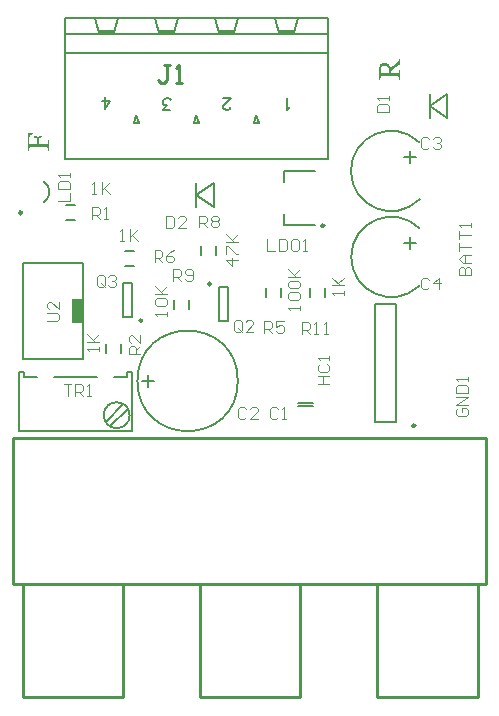
<source format=gto>
G04 Layer_Color=65535*
%FSLAX24Y24*%
%MOIN*%
G70*
G01*
G75*
%ADD47C,0.0098*%
%ADD48C,0.0079*%
%ADD49C,0.0100*%
%ADD50C,0.0050*%
%ADD51C,0.0039*%
%ADD52C,0.0059*%
%ADD53R,0.0380X0.0840*%
G36*
X12998Y-161D02*
Y-164D01*
X12997Y-168D01*
Y-172D01*
Y-179D01*
X12996Y-186D01*
X12995Y-204D01*
X12994Y-223D01*
X12993Y-241D01*
X12992Y-260D01*
Y-268D01*
Y-275D01*
Y-277D01*
Y-282D01*
Y-291D01*
X12993Y-300D01*
Y-313D01*
X12994Y-328D01*
X12996Y-344D01*
X12998Y-359D01*
X12996Y-360D01*
X12991Y-363D01*
X12983Y-368D01*
X12972Y-375D01*
X12959Y-384D01*
X12943Y-395D01*
X12924Y-407D01*
X12905Y-420D01*
X12904D01*
X12902Y-422D01*
X12900Y-424D01*
X12896Y-426D01*
X12886Y-433D01*
X12875Y-441D01*
X12863Y-449D01*
X12852Y-457D01*
X12844Y-463D01*
X12840Y-466D01*
X12838Y-468D01*
X12837Y-469D01*
X12834Y-471D01*
X12830Y-474D01*
X12825Y-477D01*
X12673Y-587D01*
Y-589D01*
Y-595D01*
X12672Y-603D01*
Y-614D01*
X12671Y-628D01*
X12670Y-644D01*
X12669Y-660D01*
X12667Y-677D01*
X12919Y-672D01*
X12921D01*
X12927Y-670D01*
X12935Y-668D01*
X12942Y-663D01*
Y-662D01*
X12944Y-660D01*
X12946Y-657D01*
X12948Y-650D01*
X12951Y-640D01*
X12955Y-627D01*
X12957Y-619D01*
X12959Y-610D01*
X12961Y-599D01*
X12963Y-589D01*
Y-587D01*
X12964Y-582D01*
X12966Y-573D01*
X12969Y-560D01*
X12998D01*
Y-561D01*
Y-564D01*
X12997Y-569D01*
Y-576D01*
Y-584D01*
X12996Y-593D01*
Y-603D01*
X12995Y-614D01*
X12994Y-640D01*
X12993Y-666D01*
X12992Y-694D01*
Y-721D01*
Y-721D01*
Y-723D01*
Y-728D01*
Y-733D01*
Y-740D01*
Y-749D01*
Y-758D01*
X12993Y-769D01*
Y-781D01*
Y-793D01*
X12994Y-821D01*
X12996Y-852D01*
X12998Y-886D01*
X12969D01*
X12965Y-865D01*
Y-864D01*
X12964Y-862D01*
Y-858D01*
X12963Y-853D01*
X12960Y-842D01*
X12957Y-828D01*
X12953Y-814D01*
X12949Y-800D01*
X12947Y-794D01*
X12946Y-789D01*
X12944Y-786D01*
X12942Y-783D01*
X12940Y-782D01*
X12938Y-781D01*
X12935Y-779D01*
X12930Y-777D01*
X12925Y-775D01*
X12919Y-773D01*
X12911Y-772D01*
X12894D01*
X12885Y-771D01*
X12768D01*
X12752Y-770D01*
X12654D01*
X12419Y-772D01*
X12391D01*
X12380Y-773D01*
X12370D01*
X12362Y-774D01*
X12359D01*
X12357Y-775D01*
X12355D01*
X12353Y-777D01*
X12349Y-780D01*
X12345Y-784D01*
X12344Y-785D01*
X12343Y-789D01*
X12340Y-795D01*
X12337Y-803D01*
X12334Y-814D01*
X12331Y-828D01*
X12327Y-844D01*
X12324Y-862D01*
Y-863D01*
X12322Y-868D01*
X12321Y-875D01*
X12318Y-886D01*
X12289D01*
Y-884D01*
Y-880D01*
X12290Y-873D01*
Y-864D01*
Y-852D01*
X12291Y-840D01*
Y-826D01*
X12292Y-810D01*
X12292Y-777D01*
X12293Y-741D01*
X12294Y-706D01*
Y-690D01*
Y-674D01*
Y-673D01*
Y-672D01*
Y-666D01*
Y-658D01*
Y-646D01*
Y-633D01*
Y-618D01*
X12293Y-588D01*
Y-587D01*
Y-586D01*
Y-583D01*
Y-579D01*
X12292Y-570D01*
Y-558D01*
Y-546D01*
X12292Y-535D01*
Y-524D01*
Y-515D01*
Y-514D01*
Y-511D01*
Y-505D01*
X12292Y-499D01*
Y-490D01*
X12293Y-481D01*
X12295Y-471D01*
X12297Y-460D01*
X12302Y-436D01*
X12311Y-412D01*
X12322Y-388D01*
X12330Y-377D01*
X12338Y-367D01*
X12339Y-366D01*
X12340Y-365D01*
X12343Y-362D01*
X12347Y-359D01*
X12351Y-355D01*
X12356Y-352D01*
X12371Y-343D01*
X12389Y-334D01*
X12411Y-326D01*
X12435Y-320D01*
X12449Y-319D01*
X12464Y-318D01*
X12473D01*
X12482Y-319D01*
X12495Y-321D01*
X12509Y-324D01*
X12525Y-328D01*
X12541Y-333D01*
X12557Y-341D01*
X12559Y-342D01*
X12564Y-345D01*
X12571Y-350D01*
X12581Y-357D01*
X12592Y-366D01*
X12602Y-377D01*
X12614Y-390D01*
X12625Y-405D01*
X12626Y-406D01*
X12628Y-411D01*
X12632Y-417D01*
X12637Y-427D01*
X12643Y-439D01*
X12649Y-454D01*
X12655Y-472D01*
X12661Y-491D01*
X12878Y-326D01*
X12880Y-325D01*
X12884Y-321D01*
X12891Y-315D01*
X12899Y-309D01*
X12908Y-302D01*
X12915Y-296D01*
X12921Y-291D01*
X12925Y-287D01*
Y-286D01*
X12927Y-285D01*
X12929Y-282D01*
X12931Y-278D01*
X12938Y-268D01*
X12944Y-254D01*
Y-253D01*
X12946Y-249D01*
X12948Y-242D01*
X12951Y-231D01*
X12955Y-219D01*
X12959Y-203D01*
X12964Y-183D01*
X12969Y-160D01*
X12998D01*
Y-161D01*
D02*
G37*
G36*
X764Y-2693D02*
X763D01*
X760Y-2694D01*
X756Y-2695D01*
X751Y-2697D01*
X745Y-2698D01*
X737Y-2700D01*
X722Y-2705D01*
X705Y-2710D01*
X688Y-2716D01*
X673Y-2721D01*
X667Y-2723D01*
X663Y-2725D01*
X662D01*
X661Y-2726D01*
X655Y-2729D01*
X647Y-2737D01*
X641Y-2747D01*
Y-2748D01*
X640Y-2750D01*
X639Y-2755D01*
X637Y-2761D01*
X636Y-2770D01*
X635Y-2782D01*
X634Y-2796D01*
Y-2815D01*
Y-3032D01*
X641D01*
X647Y-3033D01*
X665D01*
X676Y-3034D01*
X690D01*
X707Y-3034D01*
X725D01*
X745Y-3035D01*
X769D01*
X794Y-3036D01*
X822D01*
X853Y-3037D01*
X887D01*
Y-2901D01*
Y-2899D01*
Y-2895D01*
Y-2888D01*
X886Y-2879D01*
Y-2871D01*
X885Y-2862D01*
X884Y-2855D01*
X883Y-2850D01*
Y-2849D01*
X882Y-2848D01*
X879Y-2843D01*
X873Y-2837D01*
X865Y-2831D01*
X864D01*
X862Y-2830D01*
X858Y-2828D01*
X853Y-2826D01*
X846Y-2823D01*
X835Y-2820D01*
X822Y-2817D01*
X806Y-2813D01*
X804D01*
X799Y-2812D01*
X791Y-2810D01*
X781Y-2807D01*
Y-2774D01*
X790D01*
X797Y-2775D01*
X806D01*
X816Y-2776D01*
X837D01*
X860Y-2777D01*
X883Y-2778D01*
X893Y-2779D01*
X931D01*
X937Y-2778D01*
X954D01*
X964Y-2777D01*
X975D01*
X990Y-2776D01*
X1006D01*
X1025Y-2775D01*
X1045Y-2774D01*
Y-2807D01*
X1043D01*
X1037Y-2809D01*
X1031Y-2810D01*
X1025Y-2811D01*
X1022D01*
X1019Y-2812D01*
X1015Y-2813D01*
X1004Y-2815D01*
X991Y-2818D01*
X978Y-2822D01*
X966Y-2826D01*
X956Y-2830D01*
X952Y-2833D01*
X949Y-2835D01*
X948Y-2836D01*
X947Y-2838D01*
X945Y-2842D01*
X942Y-2848D01*
X940Y-2856D01*
X938Y-2868D01*
X937Y-2883D01*
X936Y-2902D01*
Y-3037D01*
X964D01*
X974Y-3038D01*
X1087D01*
X1105Y-3037D01*
X1162D01*
X1179Y-3036D01*
X1193D01*
X1205Y-3035D01*
X1214D01*
X1217Y-3034D01*
X1220D01*
X1224Y-3033D01*
X1229Y-3029D01*
X1233Y-3024D01*
Y-3023D01*
X1234Y-3021D01*
X1236Y-3015D01*
X1237Y-3011D01*
X1238Y-3005D01*
X1240Y-2999D01*
X1242Y-2991D01*
X1244Y-2982D01*
X1246Y-2972D01*
X1248Y-2959D01*
X1250Y-2945D01*
X1253Y-2928D01*
X1256Y-2911D01*
X1285D01*
Y-2912D01*
Y-2915D01*
X1284Y-2921D01*
Y-2929D01*
Y-2938D01*
X1283Y-2949D01*
Y-2961D01*
X1282Y-2973D01*
X1282Y-3000D01*
X1281Y-3027D01*
X1280Y-3052D01*
Y-3063D01*
Y-3073D01*
X1285Y-3247D01*
X1256D01*
Y-3246D01*
X1255Y-3244D01*
Y-3240D01*
X1254Y-3236D01*
X1252Y-3226D01*
X1251Y-3218D01*
Y-3217D01*
Y-3215D01*
X1250Y-3212D01*
X1249Y-3208D01*
X1248Y-3198D01*
X1245Y-3186D01*
X1242Y-3174D01*
X1239Y-3162D01*
X1235Y-3153D01*
X1233Y-3150D01*
X1231Y-3147D01*
X1230Y-3146D01*
X1229Y-3145D01*
X1225Y-3143D01*
X1221Y-3141D01*
X1215Y-3139D01*
X1207Y-3137D01*
X1197Y-3135D01*
X1185D01*
X1042Y-3133D01*
X1022D01*
X1015Y-3132D01*
X754D01*
X733Y-3133D01*
X673D01*
X668Y-3134D01*
X658D01*
X654Y-3135D01*
X650Y-3136D01*
X641Y-3139D01*
X637Y-3142D01*
X634Y-3145D01*
Y-3146D01*
X632Y-3148D01*
X630Y-3152D01*
X627Y-3158D01*
X624Y-3168D01*
X622Y-3174D01*
X620Y-3182D01*
X618Y-3190D01*
X616Y-3199D01*
X613Y-3210D01*
X611Y-3221D01*
Y-3223D01*
X610Y-3228D01*
X608Y-3236D01*
X605Y-3248D01*
X576D01*
Y-3247D01*
Y-3243D01*
X577Y-3236D01*
Y-3227D01*
Y-3217D01*
X578Y-3204D01*
Y-3189D01*
X579Y-3172D01*
X580Y-3155D01*
Y-3135D01*
X581Y-3113D01*
Y-3091D01*
Y-3068D01*
X582Y-3043D01*
Y-2992D01*
Y-2990D01*
Y-2985D01*
Y-2977D01*
Y-2967D01*
Y-2953D01*
Y-2936D01*
X581Y-2917D01*
Y-2897D01*
Y-2874D01*
Y-2850D01*
X580Y-2823D01*
X579Y-2794D01*
Y-2765D01*
X578Y-2734D01*
X577Y-2703D01*
X576Y-2670D01*
X764Y-2659D01*
Y-2693D01*
D02*
G37*
%LPC*%
G36*
X12490Y-417D02*
X12472D01*
X12467Y-418D01*
X12456Y-419D01*
X12441Y-422D01*
X12425Y-427D01*
X12409Y-434D01*
X12393Y-444D01*
X12378Y-457D01*
X12376Y-459D01*
X12372Y-464D01*
X12366Y-473D01*
X12359Y-485D01*
X12353Y-501D01*
X12347Y-521D01*
X12343Y-543D01*
X12341Y-569D01*
Y-570D01*
Y-574D01*
Y-582D01*
X12342Y-592D01*
Y-598D01*
X12343Y-606D01*
Y-615D01*
X12344Y-624D01*
X12345Y-635D01*
X12346Y-647D01*
X12347Y-660D01*
X12348Y-674D01*
X12625Y-677D01*
Y-676D01*
Y-675D01*
Y-672D01*
X12626Y-668D01*
X12627Y-660D01*
Y-648D01*
X12628Y-635D01*
X12629Y-621D01*
X12630Y-608D01*
Y-597D01*
Y-596D01*
Y-593D01*
Y-588D01*
X12629Y-582D01*
Y-574D01*
X12628Y-565D01*
X12625Y-545D01*
X12620Y-524D01*
X12613Y-501D01*
X12603Y-479D01*
X12597Y-471D01*
X12590Y-462D01*
X12589Y-461D01*
X12588Y-460D01*
X12582Y-455D01*
X12573Y-448D01*
X12560Y-439D01*
X12544Y-431D01*
X12526Y-424D01*
X12503Y-419D01*
X12490Y-417D01*
D02*
G37*
%LPD*%
D47*
X10463Y-5748D02*
G03*
X10463Y-5748I-49J0D01*
G01*
X13494Y-12419D02*
G03*
X13494Y-12419I-49J0D01*
G01*
X384Y-5315D02*
G03*
X384Y-5315I-49J0D01*
G01*
D48*
X13629Y-2976D02*
G03*
X13640Y-4867I-942J-951D01*
G01*
X7579Y-10925D02*
G03*
X7579Y-10925I-1673J0D01*
G01*
X3972Y-12067D02*
G03*
X3972Y-12067I-431J0D01*
G01*
X13633Y-5835D02*
G03*
X13621Y-7760I-936J-957D01*
G01*
X1108Y-4964D02*
G03*
X1108Y-4288I-203J338D01*
G01*
X9134Y-5728D02*
X10157D01*
X9134D02*
Y-5354D01*
Y-3917D02*
X10157D01*
X9134Y-4291D02*
Y-3917D01*
X12854Y-12303D02*
Y-8366D01*
X12146Y-12303D02*
Y-8366D01*
Y-12303D02*
X12854D01*
X12146Y-8366D02*
X12854D01*
X14567Y-2165D02*
Y-1378D01*
X13976Y-1772D02*
X14567Y-1378D01*
X13976Y-1772D02*
X14567Y-2165D01*
X13976D02*
Y-1378D01*
X13110Y-3465D02*
X13504D01*
X13307Y-3661D02*
Y-3268D01*
X4390Y-10925D02*
X4783D01*
X4587Y-11122D02*
Y-10728D01*
X289Y-12593D02*
X4041D01*
X289D02*
Y-10640D01*
X439D01*
Y-10789D02*
Y-10640D01*
Y-10789D02*
X880D01*
X3892D02*
Y-10640D01*
X4041D01*
Y-12593D02*
Y-10640D01*
X3451Y-10789D02*
X3892D01*
X1451D02*
X2880D01*
X3325Y-12440D02*
X3914Y-11850D01*
X3169Y-12284D02*
X3758Y-11694D01*
X13110Y-6319D02*
X13504D01*
X13307Y-6516D02*
Y-6122D01*
X6791Y-5118D02*
Y-4331D01*
X6201Y-4724D02*
X6791Y-4331D01*
X6201Y-4724D02*
X6791Y-5118D01*
X6201D02*
Y-4331D01*
X1807Y-3543D02*
X10595D01*
Y1181D01*
X1807Y-3543D02*
Y1181D01*
X3439Y669D02*
X3585Y1181D01*
X5439Y669D02*
X5585Y1181D01*
X7439Y669D02*
X7585Y1181D01*
X6963Y669D02*
X7439D01*
X6817Y1181D02*
X6963Y669D01*
X8817Y1181D02*
X8963Y669D01*
X6942Y740D02*
X7459D01*
X8122Y-2343D02*
X8280D01*
X8201Y-2047D02*
X8280Y-2343D01*
X8122D02*
X8201Y-2047D01*
X4122Y-2343D02*
X4280D01*
X6122D02*
X6280D01*
X4201Y-2047D02*
X4280Y-2343D01*
X4122D02*
X4201Y-2047D01*
X6122Y-2343D02*
X6201Y-2047D01*
X8963Y669D02*
X9439D01*
X8942Y740D02*
X9459D01*
X4942D02*
X5459D01*
X4963Y669D02*
X5439D01*
X4817Y1181D02*
X4963Y669D01*
X2817Y1181D02*
X2963Y669D01*
X3439D01*
X2942Y740D02*
X3459D01*
X6201Y-2047D02*
X6280Y-2343D01*
X1807Y0D02*
X10595D01*
X1807Y1181D02*
X10595D01*
X1807Y640D02*
X10595D01*
X9439Y669D02*
X9585Y1181D01*
D49*
X6674Y-7692D02*
G03*
X6674Y-7692I-40J0D01*
G01*
X4390Y-8902D02*
G03*
X4390Y-8902I-40J0D01*
G01*
X98Y-17697D02*
X12972D01*
X98D02*
Y-12815D01*
X15846D01*
Y-17697D02*
Y-12815D01*
X12972Y-17697D02*
X15846D01*
X14902D02*
X14941D01*
X15059D02*
X15571D01*
Y-21476D02*
Y-17697D01*
X12224Y-21476D02*
Y-17697D01*
X6319Y-21476D02*
Y-17697D01*
X9665Y-21476D02*
Y-17697D01*
X413Y-21476D02*
Y-17697D01*
X3760Y-21476D02*
Y-17697D01*
X413Y-21476D02*
X3760D01*
X6319D02*
X9665D01*
X12224D02*
X15571D01*
X5321Y-384D02*
X5121D01*
X5221D01*
Y-884D01*
X5121Y-984D01*
X5021D01*
X4921Y-884D01*
X5521Y-984D02*
X5721D01*
X5621D01*
Y-384D01*
X5521Y-484D01*
D50*
X2415Y-10180D02*
Y-6980D01*
X415Y-10180D02*
X2415D01*
X415D02*
Y-6980D01*
X2415D01*
X9586Y-11654D02*
X10099D01*
X9586Y-11772D02*
X10099D01*
X8510Y-8122D02*
Y-7822D01*
X9010Y-8122D02*
Y-7822D01*
X10486Y-8122D02*
Y-7822D01*
X9986Y-8122D02*
Y-7822D01*
X1858Y-5565D02*
X2158D01*
X1858Y-5065D02*
X2158D01*
X6844Y-6744D02*
Y-6444D01*
X6344Y-6744D02*
Y-6444D01*
X6937Y-8937D02*
Y-7795D01*
Y-8937D02*
X7237D01*
Y-7795D01*
X6937D02*
X7237D01*
X4048Y-8799D02*
Y-7657D01*
X3748D02*
X4048D01*
X3748Y-8799D02*
Y-7657D01*
Y-8799D02*
X4048D01*
X5459Y-8516D02*
Y-8216D01*
X5959Y-8516D02*
Y-8216D01*
X3195Y-9993D02*
Y-9693D01*
X3695Y-9993D02*
Y-9693D01*
X3826Y-7100D02*
X4126D01*
X3826Y-6600D02*
X4126D01*
D51*
X5197Y-5433D02*
Y-5827D01*
X5394D01*
X5459Y-5761D01*
Y-5499D01*
X5394Y-5433D01*
X5197D01*
X5853Y-5827D02*
X5590D01*
X5853Y-5564D01*
Y-5499D01*
X5787Y-5433D01*
X5656D01*
X5590Y-5499D01*
X1772Y-11024D02*
X2034D01*
X1903D01*
Y-11417D01*
X2165D02*
Y-11024D01*
X2362D01*
X2428Y-11089D01*
Y-11221D01*
X2362Y-11286D01*
X2165D01*
X2296D02*
X2428Y-11417D01*
X2559D02*
X2690D01*
X2624D01*
Y-11024D01*
X2559Y-11089D01*
X14961Y-7382D02*
X15354D01*
Y-7185D01*
X15289Y-7120D01*
X15223D01*
X15158Y-7185D01*
Y-7382D01*
Y-7185D01*
X15092Y-7120D01*
X15026D01*
X14961Y-7185D01*
Y-7382D01*
X15354Y-6988D02*
X15092D01*
X14961Y-6857D01*
X15092Y-6726D01*
X15354D01*
X15158D01*
Y-6988D01*
X14961Y-6595D02*
Y-6332D01*
Y-6464D01*
X15354D01*
X14961Y-6201D02*
Y-5939D01*
Y-6070D01*
X15354D01*
Y-5808D02*
Y-5676D01*
Y-5742D01*
X14961D01*
X15026Y-5808D01*
X8924Y-11877D02*
X8858Y-11811D01*
X8727D01*
X8661Y-11877D01*
Y-12139D01*
X8727Y-12205D01*
X8858D01*
X8924Y-12139D01*
X9055Y-12205D02*
X9186D01*
X9121D01*
Y-11811D01*
X9055Y-11877D01*
X7841D02*
X7776Y-11811D01*
X7644D01*
X7579Y-11877D01*
Y-12139D01*
X7644Y-12205D01*
X7776D01*
X7841Y-12139D01*
X8235Y-12205D02*
X7972D01*
X8235Y-11942D01*
Y-11877D01*
X8169Y-11811D01*
X8038D01*
X7972Y-11877D01*
X13963Y-2861D02*
X13898Y-2795D01*
X13766D01*
X13701Y-2861D01*
Y-3123D01*
X13766Y-3189D01*
X13898D01*
X13963Y-3123D01*
X14094Y-2861D02*
X14160Y-2795D01*
X14291D01*
X14357Y-2861D01*
Y-2927D01*
X14291Y-2992D01*
X14226D01*
X14291D01*
X14357Y-3058D01*
Y-3123D01*
X14291Y-3189D01*
X14160D01*
X14094Y-3123D01*
X13963Y-7546D02*
X13898Y-7480D01*
X13766D01*
X13701Y-7546D01*
Y-7808D01*
X13766Y-7874D01*
X13898D01*
X13963Y-7808D01*
X14291Y-7874D02*
Y-7480D01*
X14094Y-7677D01*
X14357D01*
X12215Y-1949D02*
X12608D01*
Y-1752D01*
X12543Y-1686D01*
X12280D01*
X12215Y-1752D01*
Y-1949D01*
X12608Y-1555D02*
Y-1424D01*
Y-1490D01*
X12215D01*
X12280Y-1555D01*
X14928Y-11844D02*
X14862Y-11910D01*
Y-12041D01*
X14928Y-12106D01*
X15190D01*
X15256Y-12041D01*
Y-11910D01*
X15190Y-11844D01*
X15059D01*
Y-11975D01*
X15256Y-11713D02*
X14862D01*
X15256Y-11450D01*
X14862D01*
Y-11319D02*
X15256D01*
Y-11122D01*
X15190Y-11057D01*
X14928D01*
X14862Y-11122D01*
Y-11319D01*
X15256Y-10926D02*
Y-10794D01*
Y-10860D01*
X14862D01*
X14928Y-10926D01*
X10236Y-11024D02*
X10630D01*
X10433D01*
Y-10761D01*
X10236D01*
X10630D01*
X10302Y-10368D02*
X10236Y-10433D01*
Y-10564D01*
X10302Y-10630D01*
X10564D01*
X10630Y-10564D01*
Y-10433D01*
X10564Y-10368D01*
X10630Y-10236D02*
Y-10105D01*
Y-10171D01*
X10236D01*
X10302Y-10236D01*
X1575Y-4921D02*
X1969D01*
Y-4659D01*
X1575Y-4528D02*
X1969D01*
Y-4331D01*
X1903Y-4265D01*
X1641D01*
X1575Y-4331D01*
Y-4528D01*
X1969Y-4134D02*
Y-4003D01*
Y-4069D01*
X1575D01*
X1641Y-4134D01*
X8563Y-6201D02*
Y-6594D01*
X8825D01*
X8957Y-6201D02*
Y-6594D01*
X9153D01*
X9219Y-6529D01*
Y-6267D01*
X9153Y-6201D01*
X8957D01*
X9547D02*
X9416D01*
X9350Y-6267D01*
Y-6529D01*
X9416Y-6594D01*
X9547D01*
X9613Y-6529D01*
Y-6267D01*
X9547Y-6201D01*
X9744Y-6594D02*
X9875D01*
X9809D01*
Y-6201D01*
X9744Y-6267D01*
X7703Y-9226D02*
Y-8963D01*
X7638Y-8898D01*
X7507D01*
X7441Y-8963D01*
Y-9226D01*
X7507Y-9291D01*
X7638D01*
X7572Y-9160D02*
X7703Y-9291D01*
X7638D02*
X7703Y-9226D01*
X8097Y-9291D02*
X7835D01*
X8097Y-9029D01*
Y-8963D01*
X8031Y-8898D01*
X7900D01*
X7835Y-8963D01*
X3136Y-7730D02*
Y-7467D01*
X3071Y-7402D01*
X2940D01*
X2874Y-7467D01*
Y-7730D01*
X2940Y-7795D01*
X3071D01*
X3005Y-7664D02*
X3136Y-7795D01*
X3071D02*
X3136Y-7730D01*
X3268Y-7467D02*
X3333Y-7402D01*
X3464D01*
X3530Y-7467D01*
Y-7533D01*
X3464Y-7598D01*
X3399D01*
X3464D01*
X3530Y-7664D01*
Y-7730D01*
X3464Y-7795D01*
X3333D01*
X3268Y-7730D01*
X2717Y-4685D02*
X2848D01*
X2782D01*
Y-4291D01*
X2717Y-4357D01*
X3045Y-4291D02*
Y-4685D01*
Y-4554D01*
X3307Y-4291D01*
X3110Y-4488D01*
X3307Y-4685D01*
X2717Y-5512D02*
Y-5118D01*
X2913D01*
X2979Y-5184D01*
Y-5315D01*
X2913Y-5381D01*
X2717D01*
X2848D02*
X2979Y-5512D01*
X3110D02*
X3241D01*
X3176D01*
Y-5118D01*
X3110Y-5184D01*
X2953Y-9941D02*
Y-9810D01*
Y-9875D01*
X2559D01*
X2625Y-9941D01*
X2559Y-9613D02*
X2953D01*
X2822D01*
X2559Y-9351D01*
X2756Y-9547D01*
X2953Y-9351D01*
X4331Y-10039D02*
X3937D01*
Y-9843D01*
X4003Y-9777D01*
X4134D01*
X4200Y-9843D01*
Y-10039D01*
Y-9908D02*
X4331Y-9777D01*
Y-9383D02*
Y-9646D01*
X4068Y-9383D01*
X4003D01*
X3937Y-9449D01*
Y-9580D01*
X4003Y-9646D01*
X9646Y-8563D02*
Y-8432D01*
Y-8497D01*
X9252D01*
X9318Y-8563D01*
Y-8235D02*
X9252Y-8169D01*
Y-8038D01*
X9318Y-7973D01*
X9580D01*
X9646Y-8038D01*
Y-8169D01*
X9580Y-8235D01*
X9318D01*
Y-7841D02*
X9252Y-7776D01*
Y-7645D01*
X9318Y-7579D01*
X9580D01*
X9646Y-7645D01*
Y-7776D01*
X9580Y-7841D01*
X9318D01*
X9252Y-7448D02*
X9646D01*
X9514D01*
X9252Y-7185D01*
X9449Y-7382D01*
X9646Y-7185D01*
X8465Y-9331D02*
Y-8937D01*
X8661D01*
X8727Y-9003D01*
Y-9134D01*
X8661Y-9200D01*
X8465D01*
X8596D02*
X8727Y-9331D01*
X9121Y-8937D02*
X8858D01*
Y-9134D01*
X8989Y-9068D01*
X9055D01*
X9121Y-9134D01*
Y-9265D01*
X9055Y-9331D01*
X8924D01*
X8858Y-9265D01*
X3661Y-6260D02*
X3793D01*
X3727D01*
Y-5866D01*
X3661Y-5932D01*
X3989Y-5866D02*
Y-6260D01*
Y-6129D01*
X4252Y-5866D01*
X4055Y-6063D01*
X4252Y-6260D01*
X4803Y-6969D02*
Y-6575D01*
X5000D01*
X5066Y-6641D01*
Y-6772D01*
X5000Y-6837D01*
X4803D01*
X4934D02*
X5066Y-6969D01*
X5459Y-6575D02*
X5328Y-6641D01*
X5197Y-6772D01*
Y-6903D01*
X5262Y-6969D01*
X5394D01*
X5459Y-6903D01*
Y-6837D01*
X5394Y-6772D01*
X5197D01*
X7579Y-6890D02*
X7185D01*
X7382Y-7087D01*
Y-6824D01*
X7185Y-6693D02*
Y-6431D01*
X7251D01*
X7513Y-6693D01*
X7579D01*
X7185Y-6299D02*
X7579D01*
X7448D01*
X7185Y-6037D01*
X7382Y-6234D01*
X7579Y-6037D01*
X6299Y-5807D02*
Y-5414D01*
X6496D01*
X6562Y-5479D01*
Y-5610D01*
X6496Y-5676D01*
X6299D01*
X6430D02*
X6562Y-5807D01*
X6693Y-5479D02*
X6758Y-5414D01*
X6890D01*
X6955Y-5479D01*
Y-5545D01*
X6890Y-5610D01*
X6955Y-5676D01*
Y-5741D01*
X6890Y-5807D01*
X6758D01*
X6693Y-5741D01*
Y-5676D01*
X6758Y-5610D01*
X6693Y-5545D01*
Y-5479D01*
X6758Y-5610D02*
X6890D01*
X5217Y-8760D02*
Y-8629D01*
Y-8694D01*
X4823D01*
X4889Y-8760D01*
Y-8432D02*
X4823Y-8366D01*
Y-8235D01*
X4889Y-8169D01*
X5151D01*
X5217Y-8235D01*
Y-8366D01*
X5151Y-8432D01*
X4889D01*
X4823Y-8038D02*
X5217D01*
X5085D01*
X4823Y-7776D01*
X5020Y-7973D01*
X5217Y-7776D01*
X5413Y-7579D02*
Y-7185D01*
X5610D01*
X5676Y-7251D01*
Y-7382D01*
X5610Y-7448D01*
X5413D01*
X5545D02*
X5676Y-7579D01*
X5807Y-7513D02*
X5873Y-7579D01*
X6004D01*
X6069Y-7513D01*
Y-7251D01*
X6004Y-7185D01*
X5873D01*
X5807Y-7251D01*
Y-7316D01*
X5873Y-7382D01*
X6069D01*
X11122Y-8071D02*
Y-7940D01*
Y-8005D01*
X10728D01*
X10794Y-8071D01*
X10728Y-7743D02*
X11122D01*
X10991D01*
X10728Y-7481D01*
X10925Y-7677D01*
X11122Y-7481D01*
X9724Y-9370D02*
Y-8977D01*
X9921D01*
X9987Y-9042D01*
Y-9173D01*
X9921Y-9239D01*
X9724D01*
X9856D02*
X9987Y-9370D01*
X10118D02*
X10249D01*
X10184D01*
Y-8977D01*
X10118Y-9042D01*
X10446Y-9370D02*
X10577D01*
X10512D01*
Y-8977D01*
X10446Y-9042D01*
X1221Y-8937D02*
X1549D01*
X1614Y-8871D01*
Y-8740D01*
X1549Y-8675D01*
X1221D01*
X1614Y-8281D02*
Y-8543D01*
X1352Y-8281D01*
X1286D01*
X1221Y-8347D01*
Y-8478D01*
X1286Y-8543D01*
D52*
X3139Y-1870D02*
X3327Y-1608D01*
X3046D01*
X3139Y-1870D02*
Y-1476D01*
X9311Y-1805D02*
X9274Y-1824D01*
X9217Y-1880D01*
Y-1486D01*
X7324Y-1796D02*
Y-1815D01*
X7305Y-1852D01*
X7286Y-1871D01*
X7249Y-1890D01*
X7174D01*
X7136Y-1871D01*
X7118Y-1852D01*
X7099Y-1815D01*
Y-1777D01*
X7118Y-1740D01*
X7155Y-1683D01*
X7343Y-1496D01*
X7080D01*
X5307Y-1890D02*
X5101D01*
X5213Y-1740D01*
X5157D01*
X5120Y-1721D01*
X5101Y-1702D01*
X5082Y-1646D01*
Y-1609D01*
X5101Y-1552D01*
X5138Y-1515D01*
X5195Y-1496D01*
X5251D01*
X5307Y-1515D01*
X5326Y-1534D01*
X5344Y-1571D01*
D53*
X2225Y-8580D02*
D03*
M02*

</source>
